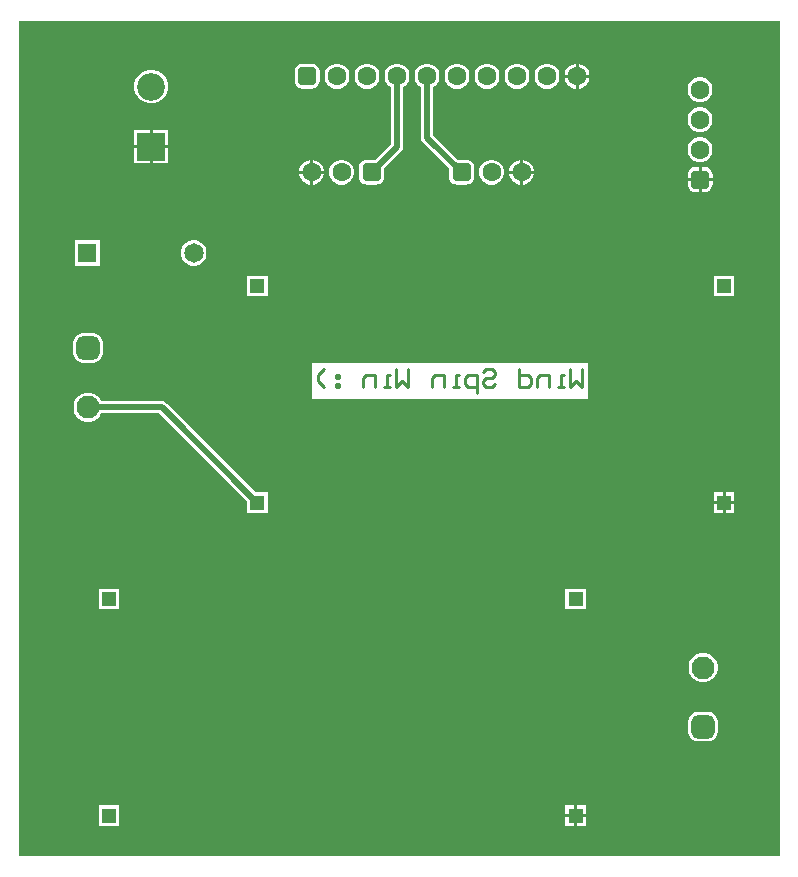
<source format=gbr>
%TF.GenerationSoftware,Altium Limited,Altium Designer,24.10.1 (45)*%
G04 Layer_Physical_Order=2*
G04 Layer_Color=16711680*
%FSLAX45Y45*%
%MOMM*%
%TF.SameCoordinates,0FFDF30E-0F8A-4EF6-B442-501BBF81013B*%
%TF.FilePolarity,Positive*%
%TF.FileFunction,Copper,L2,Bot,Signal*%
%TF.Part,Single*%
G01*
G75*
%TA.AperFunction,Conductor*%
%ADD10C,0.50800*%
%TA.AperFunction,ComponentPad*%
%ADD11C,1.60000*%
G04:AMPARAMS|DCode=12|XSize=1.6mm|YSize=1.6mm|CornerRadius=0.4mm|HoleSize=0mm|Usage=FLASHONLY|Rotation=0.000|XOffset=0mm|YOffset=0mm|HoleType=Round|Shape=RoundedRectangle|*
%AMROUNDEDRECTD12*
21,1,1.60000,0.80000,0,0,0.0*
21,1,0.80000,1.60000,0,0,0.0*
1,1,0.80000,0.40000,-0.40000*
1,1,0.80000,-0.40000,-0.40000*
1,1,0.80000,-0.40000,0.40000*
1,1,0.80000,0.40000,0.40000*
%
%ADD12ROUNDEDRECTD12*%
%ADD13R,1.24000X1.24000*%
%ADD14R,2.35000X2.35000*%
%ADD15C,2.35000*%
%ADD16R,1.65000X1.65000*%
%ADD17C,1.65000*%
G04:AMPARAMS|DCode=18|XSize=1.95mm|YSize=1.95mm|CornerRadius=0.4875mm|HoleSize=0mm|Usage=FLASHONLY|Rotation=270.000|XOffset=0mm|YOffset=0mm|HoleType=Round|Shape=RoundedRectangle|*
%AMROUNDEDRECTD18*
21,1,1.95000,0.97500,0,0,270.0*
21,1,0.97500,1.95000,0,0,270.0*
1,1,0.97500,-0.48750,-0.48750*
1,1,0.97500,-0.48750,0.48750*
1,1,0.97500,0.48750,0.48750*
1,1,0.97500,0.48750,-0.48750*
%
%ADD18ROUNDEDRECTD18*%
%ADD19C,1.95000*%
G04:AMPARAMS|DCode=20|XSize=1.6mm|YSize=1.6mm|CornerRadius=0.4mm|HoleSize=0mm|Usage=FLASHONLY|Rotation=90.000|XOffset=0mm|YOffset=0mm|HoleType=Round|Shape=RoundedRectangle|*
%AMROUNDEDRECTD20*
21,1,1.60000,0.80000,0,0,90.0*
21,1,0.80000,1.60000,0,0,90.0*
1,1,0.80000,0.40000,0.40000*
1,1,0.80000,0.40000,-0.40000*
1,1,0.80000,-0.40000,-0.40000*
1,1,0.80000,-0.40000,0.40000*
%
%ADD20ROUNDEDRECTD20*%
%TA.AperFunction,NonConductor*%
%ADD21C,0.25400*%
G36*
X6438900Y0D02*
X0D01*
Y7073900D01*
X6438900D01*
Y0D01*
D02*
G37*
%LPC*%
G36*
X4738276Y6709400D02*
X4737100D01*
Y6616700D01*
X4829800D01*
Y6617876D01*
X4822617Y6644683D01*
X4808741Y6668717D01*
X4789117Y6688341D01*
X4765083Y6702217D01*
X4738276Y6709400D01*
D02*
G37*
G36*
X4711700D02*
X4710524D01*
X4683717Y6702217D01*
X4659683Y6688341D01*
X4640059Y6668717D01*
X4626183Y6644683D01*
X4619000Y6617876D01*
Y6616700D01*
X4711700D01*
Y6709400D01*
D02*
G37*
G36*
X4829800Y6591300D02*
X4737100D01*
Y6498600D01*
X4738276D01*
X4765083Y6505783D01*
X4789117Y6519659D01*
X4808741Y6539283D01*
X4822617Y6563317D01*
X4829800Y6590124D01*
Y6591300D01*
D02*
G37*
G36*
X4711700D02*
X4619000D01*
Y6590124D01*
X4626183Y6563317D01*
X4640059Y6539283D01*
X4659683Y6519659D01*
X4683717Y6505783D01*
X4710524Y6498600D01*
X4711700D01*
Y6591300D01*
D02*
G37*
G36*
X4484276Y6709400D02*
X4456524D01*
X4429717Y6702217D01*
X4405683Y6688341D01*
X4386059Y6668717D01*
X4372183Y6644683D01*
X4365000Y6617876D01*
Y6590124D01*
X4372183Y6563317D01*
X4386059Y6539283D01*
X4405683Y6519659D01*
X4429717Y6505783D01*
X4456524Y6498600D01*
X4484276D01*
X4511083Y6505783D01*
X4535117Y6519659D01*
X4554741Y6539283D01*
X4568617Y6563317D01*
X4575800Y6590124D01*
Y6617876D01*
X4568617Y6644683D01*
X4554741Y6668717D01*
X4535117Y6688341D01*
X4511083Y6702217D01*
X4484276Y6709400D01*
D02*
G37*
G36*
X4230276D02*
X4202524D01*
X4175717Y6702217D01*
X4151683Y6688341D01*
X4132059Y6668717D01*
X4118183Y6644683D01*
X4111000Y6617876D01*
Y6590124D01*
X4118183Y6563317D01*
X4132059Y6539283D01*
X4151683Y6519659D01*
X4175717Y6505783D01*
X4202524Y6498600D01*
X4230276D01*
X4257083Y6505783D01*
X4281117Y6519659D01*
X4300741Y6539283D01*
X4314617Y6563317D01*
X4321800Y6590124D01*
Y6617876D01*
X4314617Y6644683D01*
X4300741Y6668717D01*
X4281117Y6688341D01*
X4257083Y6702217D01*
X4230276Y6709400D01*
D02*
G37*
G36*
X3976276D02*
X3948524D01*
X3921717Y6702217D01*
X3897683Y6688341D01*
X3878059Y6668717D01*
X3864183Y6644683D01*
X3857000Y6617876D01*
Y6590124D01*
X3864183Y6563317D01*
X3878059Y6539283D01*
X3897683Y6519659D01*
X3921717Y6505783D01*
X3948524Y6498600D01*
X3976276D01*
X4003083Y6505783D01*
X4027117Y6519659D01*
X4046741Y6539283D01*
X4060617Y6563317D01*
X4067800Y6590124D01*
Y6617876D01*
X4060617Y6644683D01*
X4046741Y6668717D01*
X4027117Y6688341D01*
X4003083Y6702217D01*
X3976276Y6709400D01*
D02*
G37*
G36*
X3722276D02*
X3694524D01*
X3667717Y6702217D01*
X3643683Y6688341D01*
X3624059Y6668717D01*
X3610183Y6644683D01*
X3603000Y6617876D01*
Y6590124D01*
X3610183Y6563317D01*
X3624059Y6539283D01*
X3643683Y6519659D01*
X3667717Y6505783D01*
X3694524Y6498600D01*
X3722276D01*
X3749083Y6505783D01*
X3773117Y6519659D01*
X3792741Y6539283D01*
X3806617Y6563317D01*
X3813800Y6590124D01*
Y6617876D01*
X3806617Y6644683D01*
X3792741Y6668717D01*
X3773117Y6688341D01*
X3749083Y6702217D01*
X3722276Y6709400D01*
D02*
G37*
G36*
X2960276D02*
X2932524D01*
X2905717Y6702217D01*
X2881683Y6688341D01*
X2862059Y6668717D01*
X2848183Y6644683D01*
X2841000Y6617876D01*
Y6590124D01*
X2848183Y6563317D01*
X2862059Y6539283D01*
X2881683Y6519659D01*
X2905717Y6505783D01*
X2932524Y6498600D01*
X2960276D01*
X2987083Y6505783D01*
X3011117Y6519659D01*
X3030741Y6539283D01*
X3044617Y6563317D01*
X3051800Y6590124D01*
Y6617876D01*
X3044617Y6644683D01*
X3030741Y6668717D01*
X3011117Y6688341D01*
X2987083Y6702217D01*
X2960276Y6709400D01*
D02*
G37*
G36*
X2706276D02*
X2678524D01*
X2651717Y6702217D01*
X2627683Y6688341D01*
X2608059Y6668717D01*
X2594183Y6644683D01*
X2587000Y6617876D01*
Y6590124D01*
X2594183Y6563317D01*
X2608059Y6539283D01*
X2627683Y6519659D01*
X2651717Y6505783D01*
X2678524Y6498600D01*
X2706276D01*
X2733083Y6505783D01*
X2757117Y6519659D01*
X2776741Y6539283D01*
X2790617Y6563317D01*
X2797800Y6590124D01*
Y6617876D01*
X2790617Y6644683D01*
X2776741Y6668717D01*
X2757117Y6688341D01*
X2733083Y6702217D01*
X2706276Y6709400D01*
D02*
G37*
G36*
X2478400Y6709964D02*
X2398400D01*
X2381327Y6707717D01*
X2365418Y6701127D01*
X2351756Y6690644D01*
X2341273Y6676982D01*
X2334683Y6661073D01*
X2332436Y6644000D01*
Y6564000D01*
X2334683Y6546927D01*
X2341273Y6531018D01*
X2351756Y6517356D01*
X2365418Y6506873D01*
X2381327Y6500283D01*
X2398400Y6498036D01*
X2478400D01*
X2495473Y6500283D01*
X2511382Y6506873D01*
X2525044Y6517356D01*
X2535527Y6531018D01*
X2542117Y6546927D01*
X2544364Y6564000D01*
Y6644000D01*
X2542117Y6661073D01*
X2535527Y6676982D01*
X2525044Y6690644D01*
X2511382Y6701127D01*
X2495473Y6707717D01*
X2478400Y6709964D01*
D02*
G37*
G36*
X5779676Y6595100D02*
X5751924D01*
X5725117Y6587917D01*
X5701083Y6574041D01*
X5681459Y6554417D01*
X5667583Y6530383D01*
X5660400Y6503576D01*
Y6475824D01*
X5667583Y6449017D01*
X5681459Y6424983D01*
X5701083Y6405359D01*
X5725117Y6391483D01*
X5751924Y6384300D01*
X5779676D01*
X5806483Y6391483D01*
X5830517Y6405359D01*
X5850141Y6424983D01*
X5864017Y6449017D01*
X5871200Y6475824D01*
Y6503576D01*
X5864017Y6530383D01*
X5850141Y6554417D01*
X5830517Y6574041D01*
X5806483Y6587917D01*
X5779676Y6595100D01*
D02*
G37*
G36*
X1136413Y6658000D02*
X1098787D01*
X1062443Y6648262D01*
X1029857Y6629449D01*
X1003251Y6602843D01*
X984438Y6570257D01*
X974700Y6533913D01*
Y6496287D01*
X984438Y6459943D01*
X1003251Y6427357D01*
X1029857Y6400751D01*
X1062443Y6381938D01*
X1098787Y6372200D01*
X1136413D01*
X1172757Y6381938D01*
X1205343Y6400751D01*
X1231949Y6427357D01*
X1250762Y6459943D01*
X1260500Y6496287D01*
Y6533913D01*
X1250762Y6570257D01*
X1231949Y6602843D01*
X1205343Y6629449D01*
X1172757Y6648262D01*
X1136413Y6658000D01*
D02*
G37*
G36*
X5779676Y6341100D02*
X5751924D01*
X5725117Y6333917D01*
X5701083Y6320041D01*
X5681459Y6300417D01*
X5667583Y6276383D01*
X5660400Y6249576D01*
Y6221824D01*
X5667583Y6195017D01*
X5681459Y6170983D01*
X5701083Y6151359D01*
X5725117Y6137483D01*
X5751924Y6130300D01*
X5779676D01*
X5806483Y6137483D01*
X5830517Y6151359D01*
X5850141Y6170983D01*
X5864017Y6195017D01*
X5871200Y6221824D01*
Y6249576D01*
X5864017Y6276383D01*
X5850141Y6300417D01*
X5830517Y6320041D01*
X5806483Y6333917D01*
X5779676Y6341100D01*
D02*
G37*
G36*
X1260500Y6150000D02*
X1130300D01*
Y6019800D01*
X1260500D01*
Y6150000D01*
D02*
G37*
G36*
X1104900D02*
X974700D01*
Y6019800D01*
X1104900D01*
Y6150000D01*
D02*
G37*
G36*
X5779676Y6087100D02*
X5751924D01*
X5725117Y6079917D01*
X5701083Y6066041D01*
X5681459Y6046417D01*
X5667583Y6022383D01*
X5660400Y5995576D01*
Y5967824D01*
X5667583Y5941017D01*
X5681459Y5916983D01*
X5701083Y5897359D01*
X5725117Y5883483D01*
X5751924Y5876300D01*
X5779676D01*
X5806483Y5883483D01*
X5830517Y5897359D01*
X5850141Y5916983D01*
X5864017Y5941017D01*
X5871200Y5967824D01*
Y5995576D01*
X5864017Y6022383D01*
X5850141Y6046417D01*
X5830517Y6066041D01*
X5806483Y6079917D01*
X5779676Y6087100D01*
D02*
G37*
G36*
X1260500Y5994400D02*
X1130300D01*
Y5864200D01*
X1260500D01*
Y5994400D01*
D02*
G37*
G36*
X1104900D02*
X974700D01*
Y5864200D01*
X1104900D01*
Y5994400D01*
D02*
G37*
G36*
X2490376Y5896600D02*
X2489200D01*
Y5803900D01*
X2581900D01*
Y5805076D01*
X2574717Y5831883D01*
X2560841Y5855917D01*
X2541217Y5875541D01*
X2517183Y5889417D01*
X2490376Y5896600D01*
D02*
G37*
G36*
X4268376D02*
X4267200D01*
Y5803900D01*
X4359900D01*
Y5805076D01*
X4352717Y5831883D01*
X4338841Y5855917D01*
X4319217Y5875541D01*
X4295183Y5889417D01*
X4268376Y5896600D01*
D02*
G37*
G36*
X4241800D02*
X4240624D01*
X4213817Y5889417D01*
X4189783Y5875541D01*
X4170159Y5855917D01*
X4156283Y5831883D01*
X4149100Y5805076D01*
Y5803900D01*
X4241800D01*
Y5896600D01*
D02*
G37*
G36*
X2463800D02*
X2462624D01*
X2435817Y5889417D01*
X2411783Y5875541D01*
X2392159Y5855917D01*
X2378283Y5831883D01*
X2371100Y5805076D01*
Y5803900D01*
X2463800D01*
Y5896600D01*
D02*
G37*
G36*
X5805800Y5833664D02*
X5778500D01*
Y5740400D01*
X5871764D01*
Y5767700D01*
X5869517Y5784773D01*
X5862927Y5800682D01*
X5852444Y5814344D01*
X5838782Y5824827D01*
X5822873Y5831417D01*
X5805800Y5833664D01*
D02*
G37*
G36*
X5753100D02*
X5725800D01*
X5708727Y5831417D01*
X5692818Y5824827D01*
X5679156Y5814344D01*
X5668673Y5800682D01*
X5662083Y5784773D01*
X5659836Y5767700D01*
Y5740400D01*
X5753100D01*
Y5833664D01*
D02*
G37*
G36*
X4359900Y5778500D02*
X4267200D01*
Y5685800D01*
X4268376D01*
X4295183Y5692983D01*
X4319217Y5706859D01*
X4338841Y5726483D01*
X4352717Y5750517D01*
X4359900Y5777324D01*
Y5778500D01*
D02*
G37*
G36*
X4241800D02*
X4149100D01*
Y5777324D01*
X4156283Y5750517D01*
X4170159Y5726483D01*
X4189783Y5706859D01*
X4213817Y5692983D01*
X4240624Y5685800D01*
X4241800D01*
Y5778500D01*
D02*
G37*
G36*
X4014376Y5896600D02*
X3986624D01*
X3959817Y5889417D01*
X3935783Y5875541D01*
X3916159Y5855917D01*
X3902283Y5831883D01*
X3895100Y5805076D01*
Y5777324D01*
X3902283Y5750517D01*
X3916159Y5726483D01*
X3935783Y5706859D01*
X3959817Y5692983D01*
X3986624Y5685800D01*
X4014376D01*
X4041183Y5692983D01*
X4065217Y5706859D01*
X4084841Y5726483D01*
X4098717Y5750517D01*
X4105900Y5777324D01*
Y5805076D01*
X4098717Y5831883D01*
X4084841Y5855917D01*
X4065217Y5875541D01*
X4041183Y5889417D01*
X4014376Y5896600D01*
D02*
G37*
G36*
X2744376D02*
X2716624D01*
X2689817Y5889417D01*
X2665783Y5875541D01*
X2646159Y5855917D01*
X2632283Y5831883D01*
X2625100Y5805076D01*
Y5777324D01*
X2632283Y5750517D01*
X2646159Y5726483D01*
X2665783Y5706859D01*
X2689817Y5692983D01*
X2716624Y5685800D01*
X2744376D01*
X2771183Y5692983D01*
X2795217Y5706859D01*
X2814841Y5726483D01*
X2828717Y5750517D01*
X2835900Y5777324D01*
Y5805076D01*
X2828717Y5831883D01*
X2814841Y5855917D01*
X2795217Y5875541D01*
X2771183Y5889417D01*
X2744376Y5896600D01*
D02*
G37*
G36*
X2581900Y5778500D02*
X2489200D01*
Y5685800D01*
X2490376D01*
X2517183Y5692983D01*
X2541217Y5706859D01*
X2560841Y5726483D01*
X2574717Y5750517D01*
X2581900Y5777324D01*
Y5778500D01*
D02*
G37*
G36*
X2463800D02*
X2371100D01*
Y5777324D01*
X2378283Y5750517D01*
X2392159Y5726483D01*
X2411783Y5706859D01*
X2435817Y5692983D01*
X2462624Y5685800D01*
X2463800D01*
Y5778500D01*
D02*
G37*
G36*
X3468276Y6709400D02*
X3440524D01*
X3413717Y6702217D01*
X3389683Y6688341D01*
X3370059Y6668717D01*
X3356183Y6644683D01*
X3349000Y6617876D01*
Y6590124D01*
X3356183Y6563317D01*
X3370059Y6539283D01*
X3389683Y6519659D01*
X3402605Y6512199D01*
Y6083300D01*
X3406547Y6063479D01*
X3417775Y6046675D01*
X3640536Y5823915D01*
Y5751200D01*
X3642783Y5734127D01*
X3649373Y5718218D01*
X3659856Y5704556D01*
X3673518Y5694073D01*
X3689427Y5687483D01*
X3706500Y5685236D01*
X3786500D01*
X3803573Y5687483D01*
X3819482Y5694073D01*
X3833144Y5704556D01*
X3843627Y5718218D01*
X3850217Y5734127D01*
X3852464Y5751200D01*
Y5831200D01*
X3850217Y5848273D01*
X3843627Y5864182D01*
X3833144Y5877844D01*
X3819482Y5888327D01*
X3803573Y5894917D01*
X3786500Y5897164D01*
X3713785D01*
X3506195Y6104754D01*
Y6512199D01*
X3519117Y6519659D01*
X3538741Y6539283D01*
X3552617Y6563317D01*
X3559800Y6590124D01*
Y6617876D01*
X3552617Y6644683D01*
X3538741Y6668717D01*
X3519117Y6688341D01*
X3495083Y6702217D01*
X3468276Y6709400D01*
D02*
G37*
G36*
X3214276D02*
X3186524D01*
X3159717Y6702217D01*
X3135683Y6688341D01*
X3116059Y6668717D01*
X3102183Y6644683D01*
X3095000Y6617876D01*
Y6590124D01*
X3102183Y6563317D01*
X3116059Y6539283D01*
X3135683Y6519659D01*
X3148605Y6512199D01*
Y6028554D01*
X3017215Y5897164D01*
X2944500D01*
X2927427Y5894917D01*
X2911518Y5888327D01*
X2897856Y5877844D01*
X2887373Y5864182D01*
X2880783Y5848273D01*
X2878536Y5831200D01*
Y5751200D01*
X2880783Y5734127D01*
X2887373Y5718218D01*
X2897856Y5704556D01*
X2911518Y5694073D01*
X2927427Y5687483D01*
X2944500Y5685236D01*
X3024500D01*
X3041573Y5687483D01*
X3057482Y5694073D01*
X3071144Y5704556D01*
X3081627Y5718218D01*
X3088217Y5734127D01*
X3090464Y5751200D01*
Y5823915D01*
X3237024Y5970475D01*
X3237025Y5970475D01*
X3248253Y5987279D01*
X3252195Y6007100D01*
X3252195Y6007101D01*
Y6512199D01*
X3265117Y6519659D01*
X3284741Y6539283D01*
X3298617Y6563317D01*
X3305800Y6590124D01*
Y6617876D01*
X3298617Y6644683D01*
X3284741Y6668717D01*
X3265117Y6688341D01*
X3241083Y6702217D01*
X3214276Y6709400D01*
D02*
G37*
G36*
X5871764Y5715000D02*
X5778500D01*
Y5621736D01*
X5805800D01*
X5822873Y5623983D01*
X5838782Y5630573D01*
X5852444Y5641056D01*
X5862927Y5654718D01*
X5869517Y5670627D01*
X5871764Y5687700D01*
Y5715000D01*
D02*
G37*
G36*
X5753100D02*
X5659836D01*
Y5687700D01*
X5662083Y5670627D01*
X5668673Y5654718D01*
X5679156Y5641056D01*
X5692818Y5630573D01*
X5708727Y5623983D01*
X5725800Y5621736D01*
X5753100D01*
Y5715000D01*
D02*
G37*
G36*
X1492905Y5213300D02*
X1464495D01*
X1437052Y5205947D01*
X1412448Y5191741D01*
X1392359Y5171652D01*
X1378153Y5147048D01*
X1370800Y5119605D01*
Y5091195D01*
X1378153Y5063752D01*
X1392359Y5039148D01*
X1412448Y5019059D01*
X1437052Y5004853D01*
X1464495Y4997500D01*
X1492905D01*
X1520348Y5004853D01*
X1544952Y5019059D01*
X1565042Y5039148D01*
X1579247Y5063752D01*
X1586600Y5091195D01*
Y5119605D01*
X1579247Y5147048D01*
X1565042Y5171652D01*
X1544952Y5191741D01*
X1520348Y5205947D01*
X1492905Y5213300D01*
D02*
G37*
G36*
X686600D02*
X470800D01*
Y4997500D01*
X686600D01*
Y5213300D01*
D02*
G37*
G36*
X6056400Y4913400D02*
X5881600D01*
Y4738600D01*
X6056400D01*
Y4913400D01*
D02*
G37*
G36*
X2104160D02*
X1929360D01*
Y4738600D01*
X2104160D01*
Y4913400D01*
D02*
G37*
G36*
X632950Y4424839D02*
X535450D01*
X516093Y4422291D01*
X498055Y4414819D01*
X482566Y4402934D01*
X470680Y4387444D01*
X463209Y4369407D01*
X460660Y4350049D01*
Y4252550D01*
X463209Y4233192D01*
X470680Y4215155D01*
X482566Y4199665D01*
X498055Y4187780D01*
X516093Y4180308D01*
X535450Y4177760D01*
X632950D01*
X652307Y4180308D01*
X670345Y4187780D01*
X685834Y4199665D01*
X697720Y4215155D01*
X705191Y4233192D01*
X707740Y4252550D01*
Y4350049D01*
X705191Y4369407D01*
X697720Y4387444D01*
X685834Y4402934D01*
X670345Y4414819D01*
X652307Y4422291D01*
X632950Y4424839D01*
D02*
G37*
G36*
X4813300Y4178234D02*
X2477223D01*
Y3873500D01*
X4813300D01*
Y4178234D01*
D02*
G37*
G36*
X6056400Y3079520D02*
X5981700D01*
Y3004820D01*
X6056400D01*
Y3079520D01*
D02*
G37*
G36*
X5956300D02*
X5881600D01*
Y3004820D01*
X5956300D01*
Y3079520D01*
D02*
G37*
G36*
X6056400Y2979420D02*
X5981700D01*
Y2904720D01*
X6056400D01*
Y2979420D01*
D02*
G37*
G36*
X5956300D02*
X5881600D01*
Y2904720D01*
X5956300D01*
Y2979420D01*
D02*
G37*
G36*
X600380Y3924200D02*
X568020D01*
X536762Y3915825D01*
X508738Y3899645D01*
X485856Y3876763D01*
X469675Y3848738D01*
X461300Y3817481D01*
Y3785120D01*
X469675Y3753863D01*
X485856Y3725838D01*
X508738Y3702956D01*
X536762Y3686776D01*
X568020Y3678401D01*
X600380D01*
X631638Y3686776D01*
X659662Y3702956D01*
X682544Y3725838D01*
X696209Y3749505D01*
X1186125D01*
X1929360Y3006270D01*
Y2904720D01*
X2104160D01*
Y3079520D01*
X2002610D01*
X1244204Y3837925D01*
X1227401Y3849153D01*
X1207579Y3853096D01*
X696209D01*
X682544Y3876763D01*
X659662Y3899645D01*
X631638Y3915825D01*
X600380Y3924200D01*
D02*
G37*
G36*
X4801640Y2264180D02*
X4626840D01*
Y2089380D01*
X4801640D01*
Y2264180D01*
D02*
G37*
G36*
X849400D02*
X674600D01*
Y2089380D01*
X849400D01*
Y2264180D01*
D02*
G37*
G36*
X5807380Y1719099D02*
X5775020D01*
X5743762Y1710724D01*
X5715738Y1694544D01*
X5692856Y1671662D01*
X5676675Y1643637D01*
X5668300Y1612380D01*
Y1580019D01*
X5676675Y1548762D01*
X5692856Y1520737D01*
X5715738Y1497855D01*
X5743762Y1481675D01*
X5775020Y1473300D01*
X5807380D01*
X5838638Y1481675D01*
X5866662Y1497855D01*
X5889544Y1520737D01*
X5905725Y1548762D01*
X5914100Y1580019D01*
Y1612380D01*
X5905725Y1643637D01*
X5889544Y1671662D01*
X5866662Y1694544D01*
X5838638Y1710724D01*
X5807380Y1719099D01*
D02*
G37*
G36*
X5839950Y1219740D02*
X5742450D01*
X5723093Y1217192D01*
X5705055Y1209720D01*
X5689566Y1197835D01*
X5677680Y1182345D01*
X5670209Y1164308D01*
X5667660Y1144950D01*
Y1047451D01*
X5670209Y1028093D01*
X5677680Y1010056D01*
X5689566Y994566D01*
X5705055Y982681D01*
X5723093Y975209D01*
X5742450Y972661D01*
X5839950D01*
X5859307Y975209D01*
X5877345Y982681D01*
X5892834Y994566D01*
X5904720Y1010056D01*
X5912191Y1028093D01*
X5914740Y1047451D01*
Y1144950D01*
X5912191Y1164308D01*
X5904720Y1182345D01*
X5892834Y1197835D01*
X5877345Y1209720D01*
X5859307Y1217192D01*
X5839950Y1219740D01*
D02*
G37*
G36*
X4801640Y430300D02*
X4726940D01*
Y355600D01*
X4801640D01*
Y430300D01*
D02*
G37*
G36*
X4701540D02*
X4626840D01*
Y355600D01*
X4701540D01*
Y430300D01*
D02*
G37*
G36*
X4801640Y330200D02*
X4726940D01*
Y255500D01*
X4801640D01*
Y330200D01*
D02*
G37*
G36*
X4701540D02*
X4626840D01*
Y255500D01*
X4701540D01*
Y330200D01*
D02*
G37*
G36*
X849400Y430300D02*
X674600D01*
Y255500D01*
X849400D01*
Y430300D01*
D02*
G37*
%LPD*%
D10*
X584200Y3801300D02*
X1207579D01*
X2016760Y2992120D01*
X3200400Y6007100D02*
Y6604000D01*
X3454400Y6083300D02*
Y6604000D01*
X2984500Y5791200D02*
X3200400Y6007100D01*
X3454400Y6083300D02*
X3746500Y5791200D01*
D11*
X4724400Y6604000D02*
D03*
X4470400D02*
D03*
X3708400D02*
D03*
X3200400D02*
D03*
X2692400D02*
D03*
X2946400D02*
D03*
X3454400D02*
D03*
X3962400D02*
D03*
X4216400D02*
D03*
X2476500Y5791200D02*
D03*
X2730500D02*
D03*
X4254500D02*
D03*
X4000500D02*
D03*
X5765800Y6489700D02*
D03*
Y6235700D02*
D03*
Y5981700D02*
D03*
D12*
X2438400Y6604000D02*
D03*
X2984500Y5791200D02*
D03*
X3746500D02*
D03*
D13*
X762000Y2176780D02*
D03*
Y342900D02*
D03*
X2016760Y4826000D02*
D03*
Y2992120D02*
D03*
X4714240Y342900D02*
D03*
Y2176780D02*
D03*
X5969000Y2992120D02*
D03*
Y4826000D02*
D03*
D14*
X1117600Y6007100D02*
D03*
D15*
Y6515100D02*
D03*
D16*
X578700Y5105400D02*
D03*
D17*
X1478700D02*
D03*
D18*
X584200Y4301299D02*
D03*
X5791200Y1096200D02*
D03*
D19*
X584200Y3801300D02*
D03*
X5791200Y1596199D02*
D03*
D20*
X5765800Y5727700D02*
D03*
D21*
X4762500Y4127434D02*
Y3975083D01*
X4711717Y4025867D01*
X4660933Y3975083D01*
Y4127434D01*
X4610149Y3975083D02*
X4559366D01*
X4584757D01*
Y4076651D01*
X4610149D01*
X4483190Y3975083D02*
Y4076651D01*
X4407015D01*
X4381623Y4051259D01*
Y3975083D01*
X4229272Y4127434D02*
Y3975083D01*
X4305448D01*
X4330840Y4000475D01*
Y4051259D01*
X4305448Y4076651D01*
X4229272D01*
X3924571Y4102042D02*
X3949963Y4127434D01*
X4000746D01*
X4026138Y4102042D01*
Y4076651D01*
X4000746Y4051259D01*
X3949963D01*
X3924571Y4025867D01*
Y4000475D01*
X3949963Y3975083D01*
X4000746D01*
X4026138Y4000475D01*
X3873788Y3924300D02*
Y4076651D01*
X3797612D01*
X3772220Y4051259D01*
Y4000475D01*
X3797612Y3975083D01*
X3873788D01*
X3721437D02*
X3670653D01*
X3696045D01*
Y4076651D01*
X3721437D01*
X3594478Y3975083D02*
Y4076651D01*
X3518303D01*
X3492911Y4051259D01*
Y3975083D01*
X3289777Y4127434D02*
Y3975083D01*
X3238993Y4025867D01*
X3188209Y3975083D01*
Y4127434D01*
X3137426Y3975083D02*
X3086642D01*
X3112034D01*
Y4076651D01*
X3137426D01*
X3010467Y3975083D02*
Y4076651D01*
X2934292D01*
X2908900Y4051259D01*
Y3975083D01*
X2705765Y4076651D02*
X2680374D01*
Y4051259D01*
X2705765D01*
Y4076651D01*
Y4000475D02*
X2680374D01*
Y3975083D01*
X2705765D01*
Y4000475D01*
X2578807Y3975083D02*
X2528023Y4025867D01*
Y4076651D01*
X2578807Y4127434D01*
%TF.MD5,a9e461648781ef6e7cb6d1292661cb59*%
M02*

</source>
